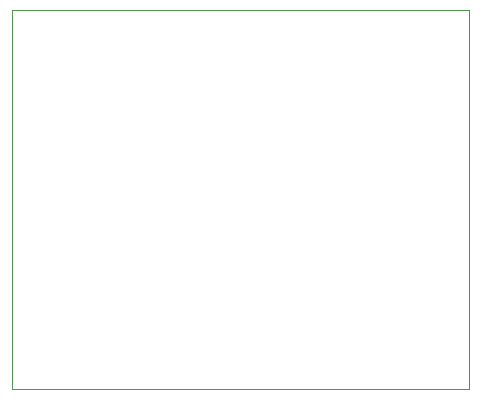
<source format=gko>
%FSLAX44Y44*%
%MOMM*%
G71*
G01*
G75*
G04 Layer_Color=16711935*
%ADD10O,2.5000X0.7000*%
%ADD11R,1.4000X1.5000*%
%ADD12R,1.5000X1.4000*%
%ADD13O,0.3500X2.0000*%
%ADD14C,0.5080*%
%ADD15C,0.2540*%
%ADD16C,0.3810*%
%ADD17R,0.8000X1.5000*%
%ADD18R,1.7500X1.7500*%
%ADD19C,1.7500*%
%ADD20R,1.5000X1.5000*%
%ADD21C,1.5000*%
%ADD22R,1.5000X1.5000*%
%ADD23C,4.2000*%
%ADD24C,0.7000*%
%ADD25C,0.2500*%
%ADD26C,0.6000*%
%ADD27C,0.0900*%
%ADD28C,0.1000*%
%ADD29C,0.2000*%
%ADD30O,2.7032X0.9032*%
%ADD31R,1.6032X1.7032*%
%ADD32R,1.7032X1.6032*%
%ADD33O,0.5532X2.2032*%
%ADD34R,1.0032X1.7032*%
%ADD35R,1.9532X1.9532*%
%ADD36C,1.9532*%
%ADD37R,1.7032X1.7032*%
%ADD38C,1.7032*%
%ADD39R,1.7032X1.7032*%
%ADD40C,4.4032*%
%ADD41C,0.9032*%
D27*
X892048Y926640D02*
Y1247648D01*
X504952D02*
X892048D01*
X504952Y926640D02*
Y1247648D01*
Y926640D02*
X892048D01*
M02*

</source>
